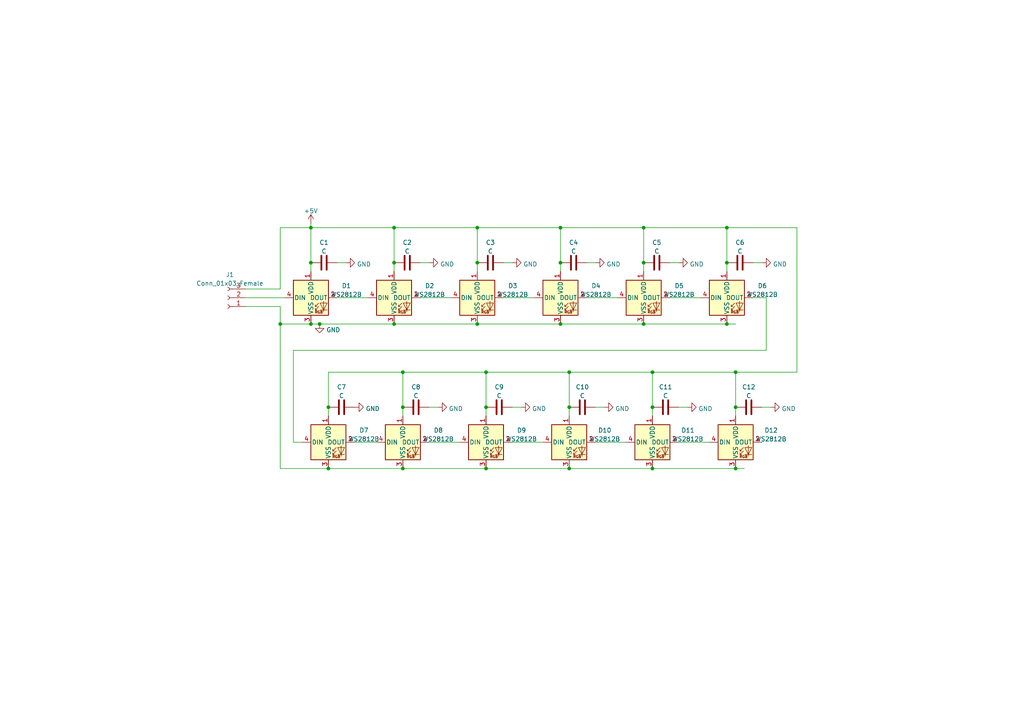
<source format=kicad_sch>
(kicad_sch (version 20211123) (generator eeschema)
  (paper "A4")
  (lib_symbols
    (symbol "Connector:Conn_01x03_Female" (pin_names (offset 1.016) hide)
      (property "Reference" "J" (at 0 5.08 0))
      (property "Value" "Conn_01x03_Female" (at 0 -5.08 0))
      (symbol "Conn_01x03_Female_1_1"
        (arc (start 0 -2.032) (mid -0.508 -2.54) (end 0 -3.048) (stroke (width 0.1524)))
        (polyline (pts (xy -1.27 -2.54) (xy -0.508 -2.54)) (stroke (width 0.1524)))
        (polyline (pts (xy -1.27 0) (xy -0.508 0)) (stroke (width 0.1524)))
        (polyline (pts (xy -1.27 2.54) (xy -0.508 2.54)) (stroke (width 0.1524)))
        (arc (start 0 0.508) (mid -0.508 0) (end 0 -0.508) (stroke (width 0.1524)))
        (arc (start 0 3.048) (mid -0.508 2.54) (end 0 2.032) (stroke (width 0.1524)))
        (pin passive line (at -5.08 2.54 0) (length 3.81) (name "Pin_1") (number "1"))
        (pin passive line (at -5.08 0 0) (length 3.81) (name "Pin_2") (number "2"))
        (pin passive line (at -5.08 -2.54 0) (length 3.81) (name "Pin_3") (number "3"))
      )
    )
    (symbol "Device:C" (pin_numbers hide) (pin_names (offset 0.254))
      (property "Reference" "C" (at 0.635 2.54 0))
      (property "Value" "C" (at 0.635 -2.54 0))
      (symbol "C_0_1"
        (polyline (pts (xy -2.032 -0.762) (xy 2.032 -0.762)) (stroke (width 0.508)))
        (polyline (pts (xy -2.032 0.762) (xy 2.032 0.762)) (stroke (width 0.508)))
      )
      (symbol "C_1_1"
        (pin passive line (at 0 3.81 270) (length 2.794) (name "~") (number "1"))
        (pin passive line (at 0 -3.81 90) (length 2.794) (name "~") (number "2"))
      )
    )
    (symbol "LED:WS2812B" (pin_names (offset 0.254))
      (property "Reference" "D" (at 5.08 5.715 0))
      (property "Value" "WS2812B" (at 1.27 -5.715 0))
      (symbol "WS2812B_0_0"
        (text "RGB" (at 2.286 -4.191 0) (effects (font (size 0.762 0.762))))
      )
      (symbol "WS2812B_0_1"
        (polyline (pts (xy 1.27 -3.556) (xy 1.778 -3.556)))
        (polyline (pts (xy 1.27 -2.54) (xy 1.778 -2.54)))
        (polyline (pts (xy 4.699 -3.556) (xy 2.667 -3.556)))
        (polyline (pts (xy 2.286 -2.54) (xy 1.27 -3.556) (xy 1.27 -3.048)))
        (polyline (pts (xy 2.286 -1.524) (xy 1.27 -2.54) (xy 1.27 -2.032)))
        (polyline (pts (xy 3.683 -1.016) (xy 3.683 -3.556) (xy 3.683 -4.064)))
        (polyline (pts (xy 4.699 -1.524) (xy 2.667 -1.524) (xy 3.683 -3.556) (xy 4.699 -1.524)))
        (rectangle (start 5.08 5.08) (end -5.08 -5.08) (stroke (width 0.254)) (fill (type background)))
      )
      (symbol "WS2812B_1_1"
        (pin power_in line (at 0 7.62 270) (length 2.54) (name "VDD") (number "1"))
        (pin output line (at 7.62 0 180) (length 2.54) (name "DOUT") (number "2"))
        (pin power_in line (at 0 -7.62 90) (length 2.54) (name "VSS") (number "3"))
        (pin input line (at -7.62 0 0) (length 2.54) (name "DIN") (number "4"))
      )
    )
    (symbol "power:+5V" (power) (pin_names (offset 0))
      (property "Value" "+5V" (at 0 3.556 0))
      (symbol "+5V_0_1"
        (polyline (pts (xy -0.762 1.27) (xy 0 2.54)))
        (polyline (pts (xy 0 0) (xy 0 2.54)))
        (polyline (pts (xy 0 2.54) (xy 0.762 1.27)))
      )
      (symbol "+5V_1_1"
        (pin power_in line (at 0 0 90) (length 0) hide (name "+5V") (number "1"))
      )
    )
    (symbol "power:GND" (power) (pin_names (offset 0))
      (property "Value" "GND" (at 0 -3.81 0))
      (symbol "GND_0_1"
        (polyline (pts (xy 0 0) (xy 0 -1.27) (xy 1.27 -1.27) (xy 0 -2.54) (xy -1.27 -1.27) (xy 0 -1.27)))
      )
      (symbol "GND_1_1"
        (pin power_in line (at 0 0 270) (length 0) hide (name "GND") (number "1"))
      )
    )
  )
  (junction (at 90.17 93.98))
  (junction (at 116.84 107.95))
  (junction (at 116.84 118.11))
  (junction (at 162.56 93.98))
  (junction (at 186.69 93.98))
  (junction (at 116.84 135.89))
  (junction (at 165.1 135.89))
  (junction (at 162.56 76.2))
  (junction (at 189.23 135.89))
  (junction (at 162.56 66.04))
  (junction (at 186.69 66.04))
  (junction (at 213.36 107.95))
  (junction (at 90.17 66.04))
  (junction (at 95.25 118.11))
  (junction (at 114.3 66.04))
  (junction (at 90.17 76.2))
  (junction (at 138.43 66.04))
  (junction (at 213.36 118.11))
  (junction (at 210.82 76.2))
  (junction (at 81.28 93.98))
  (junction (at 210.82 93.98))
  (junction (at 165.1 107.95))
  (junction (at 140.97 135.89))
  (junction (at 114.3 93.98))
  (junction (at 95.25 135.89))
  (junction (at 213.36 135.89))
  (junction (at 165.1 118.11))
  (junction (at 140.97 118.11))
  (junction (at 140.97 107.95))
  (junction (at 186.69 76.2))
  (junction (at 92.71 93.98))
  (junction (at 138.43 93.98))
  (junction (at 114.3 76.2))
  (junction (at 138.43 76.2))
  (junction (at 210.82 66.04))
  (junction (at 189.23 118.11))
  (junction (at 189.23 107.95))
  (wire (pts (xy 148.59 128.27) (xy 157.48 128.27)))
  (wire (pts (xy 95.25 107.95) (xy 95.25 118.11)))
  (wire (pts (xy 172.72 128.27) (xy 181.61 128.27)))
  (wire (pts (xy 81.28 135.89) (xy 95.25 135.89)))
  (wire (pts (xy 116.84 107.95) (xy 140.97 107.95)))
  (wire (pts (xy 138.43 76.2) (xy 138.43 78.74)))
  (wire (pts (xy 165.1 107.95) (xy 165.1 118.11)))
  (wire (pts (xy 114.3 66.04) (xy 138.43 66.04)))
  (wire (pts (xy 90.17 66.04) (xy 114.3 66.04)))
  (wire (pts (xy 114.3 66.04) (xy 114.3 76.2)))
  (wire (pts (xy 213.36 107.95) (xy 231.14 107.95)))
  (wire (pts (xy 186.69 66.04) (xy 186.69 76.2)))
  (wire (pts (xy 213.36 107.95) (xy 213.36 118.11)))
  (wire (pts (xy 170.18 76.2) (xy 172.72 76.2)))
  (wire (pts (xy 210.82 93.98) (xy 213.36 93.98)))
  (wire (pts (xy 194.31 86.36) (xy 203.2 86.36)))
  (wire (pts (xy 90.17 76.2) (xy 90.17 78.74)))
  (wire (pts (xy 162.56 66.04) (xy 186.69 66.04)))
  (wire (pts (xy 186.69 76.2) (xy 186.69 78.74)))
  (wire (pts (xy 124.46 118.11) (xy 127 118.11)))
  (wire (pts (xy 85.09 101.6) (xy 222.25 101.6)))
  (wire (pts (xy 210.82 76.2) (xy 210.82 78.74)))
  (wire (pts (xy 210.82 66.04) (xy 210.82 76.2)))
  (wire (pts (xy 116.84 107.95) (xy 116.84 118.11)))
  (wire (pts (xy 189.23 135.89) (xy 213.36 135.89)))
  (wire (pts (xy 140.97 107.95) (xy 140.97 118.11)))
  (wire (pts (xy 85.09 101.6) (xy 85.09 128.27)))
  (wire (pts (xy 95.25 118.11) (xy 95.25 120.65)))
  (wire (pts (xy 95.25 107.95) (xy 116.84 107.95)))
  (wire (pts (xy 90.17 66.04) (xy 90.17 76.2)))
  (wire (pts (xy 172.72 118.11) (xy 175.26 118.11)))
  (wire (pts (xy 218.44 86.36) (xy 222.25 86.36)))
  (wire (pts (xy 186.69 66.04) (xy 210.82 66.04)))
  (wire (pts (xy 90.17 66.04) (xy 90.17 64.77)))
  (wire (pts (xy 162.56 76.2) (xy 162.56 78.74)))
  (wire (pts (xy 85.09 128.27) (xy 87.63 128.27)))
  (wire (pts (xy 81.28 93.98) (xy 90.17 93.98)))
  (wire (pts (xy 165.1 118.11) (xy 165.1 120.65)))
  (wire (pts (xy 148.59 118.11) (xy 151.13 118.11)))
  (wire (pts (xy 71.12 83.82) (xy 81.28 83.82)))
  (wire (pts (xy 162.56 93.98) (xy 186.69 93.98)))
  (wire (pts (xy 71.12 86.36) (xy 82.55 86.36)))
  (wire (pts (xy 140.97 107.95) (xy 165.1 107.95)))
  (wire (pts (xy 194.31 76.2) (xy 196.85 76.2)))
  (wire (pts (xy 95.25 135.89) (xy 116.84 135.89)))
  (wire (pts (xy 170.18 86.36) (xy 179.07 86.36)))
  (wire (pts (xy 114.3 93.98) (xy 138.43 93.98)))
  (wire (pts (xy 124.46 128.27) (xy 133.35 128.27)))
  (wire (pts (xy 196.85 118.11) (xy 199.39 118.11)))
  (wire (pts (xy 186.69 93.98) (xy 210.82 93.98)))
  (wire (pts (xy 81.28 93.98) (xy 81.28 135.89)))
  (wire (pts (xy 213.36 135.89) (xy 215.9 135.89)))
  (wire (pts (xy 116.84 118.11) (xy 116.84 120.65)))
  (wire (pts (xy 146.05 86.36) (xy 154.94 86.36)))
  (wire (pts (xy 220.98 118.11) (xy 223.52 118.11)))
  (wire (pts (xy 189.23 107.95) (xy 213.36 107.95)))
  (wire (pts (xy 162.56 66.04) (xy 162.56 76.2)))
  (wire (pts (xy 121.92 86.36) (xy 130.81 86.36)))
  (wire (pts (xy 97.79 76.2) (xy 100.33 76.2)))
  (wire (pts (xy 196.85 128.27) (xy 205.74 128.27)))
  (wire (pts (xy 121.92 76.2) (xy 124.46 76.2)))
  (wire (pts (xy 92.71 93.98) (xy 114.3 93.98)))
  (wire (pts (xy 140.97 135.89) (xy 165.1 135.89)))
  (wire (pts (xy 140.97 118.11) (xy 140.97 120.65)))
  (wire (pts (xy 231.14 107.95) (xy 231.14 66.04)))
  (wire (pts (xy 218.44 76.2) (xy 220.98 76.2)))
  (wire (pts (xy 189.23 107.95) (xy 189.23 118.11)))
  (wire (pts (xy 114.3 76.2) (xy 114.3 78.74)))
  (wire (pts (xy 102.87 128.27) (xy 109.22 128.27)))
  (wire (pts (xy 138.43 93.98) (xy 162.56 93.98)))
  (wire (pts (xy 165.1 135.89) (xy 189.23 135.89)))
  (wire (pts (xy 90.17 93.98) (xy 92.71 93.98)))
  (wire (pts (xy 71.12 88.9) (xy 81.28 88.9)))
  (wire (pts (xy 222.25 101.6) (xy 222.25 86.36)))
  (wire (pts (xy 81.28 88.9) (xy 81.28 93.98)))
  (wire (pts (xy 213.36 118.11) (xy 213.36 120.65)))
  (wire (pts (xy 189.23 118.11) (xy 189.23 120.65)))
  (wire (pts (xy 138.43 66.04) (xy 138.43 76.2)))
  (wire (pts (xy 165.1 107.95) (xy 189.23 107.95)))
  (wire (pts (xy 146.05 76.2) (xy 148.59 76.2)))
  (wire (pts (xy 97.79 86.36) (xy 106.68 86.36)))
  (wire (pts (xy 81.28 66.04) (xy 90.17 66.04)))
  (wire (pts (xy 138.43 66.04) (xy 162.56 66.04)))
  (wire (pts (xy 81.28 83.82) (xy 81.28 66.04)))
  (wire (pts (xy 116.84 135.89) (xy 140.97 135.89)))
  (wire (pts (xy 210.82 66.04) (xy 231.14 66.04)))
  (symbol (lib_id "LED:WS2812B") (at 213.36 128.27 0) (unit 1)
    (property "Reference" "D12" (at 223.6659 124.8116 0))
    (property "Value" "WS2812B" (at 223.6659 127.3485 0))
    (property "Footprint" "LED_SMD:LED_WS2812B_PLCC4_5.0x5.0mm_P3.2mm" (effects hide))
    (property "Datasheet" "https://cdn-shop.adafruit.com/datasheets/WS2812B.pdf" (effects hide))
  )
  (symbol (lib_id "Device:C") (at 144.78 118.11 90) (unit 1)
    (property "Reference" "C9" (at 144.78 112.2512 90))
    (property "Value" "C" (at 144.78 114.7881 90))
    (property "Footprint" "Capacitor_SMD:C_0603_1608Metric_Pad1.08x0.95mm_HandSolder" (effects hide))
  )
  (symbol (lib_id "LED:WS2812B") (at 162.56 86.36 0) (unit 1)
    (property "Reference" "D4" (at 172.8659 82.9016 0))
    (property "Value" "WS2812B" (at 172.8659 85.4385 0))
    (property "Footprint" "LED_SMD:LED_WS2812B_PLCC4_5.0x5.0mm_P3.2mm" (effects hide))
    (property "Datasheet" "https://cdn-shop.adafruit.com/datasheets/WS2812B.pdf" (effects hide))
  )
  (symbol (lib_id "power:GND") (at 220.98 76.2 90) (unit 1)
    (property "Reference" "#PWR07" (effects hide))
    (property "Value" "GND" (at 224.155 76.6338 90) (effects (justify right)))
  )
  (symbol (lib_id "LED:WS2812B") (at 140.97 128.27 0) (unit 1)
    (property "Reference" "D9" (at 151.2759 124.8116 0))
    (property "Value" "WS2812B" (at 151.2759 127.3485 0))
    (property "Footprint" "LED_SMD:LED_WS2812B_PLCC4_5.0x5.0mm_P3.2mm" (effects hide))
    (property "Datasheet" "https://cdn-shop.adafruit.com/datasheets/WS2812B.pdf" (effects hide))
  )
  (symbol (lib_id "Device:C") (at 217.17 118.11 90) (unit 1)
    (property "Reference" "C12" (at 217.17 112.2512 90))
    (property "Value" "C" (at 217.17 114.7881 90))
    (property "Footprint" "Capacitor_SMD:C_0603_1608Metric_Pad1.08x0.95mm_HandSolder" (effects hide))
  )
  (symbol (lib_id "LED:WS2812B") (at 186.69 86.36 0) (unit 1)
    (property "Reference" "D5" (at 196.9959 82.9016 0))
    (property "Value" "WS2812B" (at 196.9959 85.4385 0))
    (property "Footprint" "LED_SMD:LED_WS2812B_PLCC4_5.0x5.0mm_P3.2mm" (effects hide))
    (property "Datasheet" "https://cdn-shop.adafruit.com/datasheets/WS2812B.pdf" (effects hide))
  )
  (symbol (lib_id "LED:WS2812B") (at 165.1 128.27 0) (unit 1)
    (property "Reference" "D10" (at 175.4059 124.8116 0))
    (property "Value" "WS2812B" (at 175.4059 127.3485 0))
    (property "Footprint" "LED_SMD:LED_WS2812B_PLCC4_5.0x5.0mm_P3.2mm" (effects hide))
    (property "Datasheet" "https://cdn-shop.adafruit.com/datasheets/WS2812B.pdf" (effects hide))
  )
  (symbol (lib_id "power:GND") (at 151.13 118.11 90) (unit 1)
    (property "Reference" "#PWR011" (effects hide))
    (property "Value" "GND" (at 154.305 118.5438 90) (effects (justify right)))
  )
  (symbol (lib_id "power:GND") (at 124.46 76.2 90) (unit 1)
    (property "Reference" "#PWR03" (effects hide))
    (property "Value" "GND" (at 127.635 76.6338 90) (effects (justify right)))
  )
  (symbol (lib_id "power:GND") (at 100.33 76.2 90) (unit 1)
    (property "Reference" "#PWR02" (effects hide))
    (property "Value" "GND" (at 103.505 76.6338 90) (effects (justify right)))
  )
  (symbol (lib_id "Device:C") (at 190.5 76.2 90) (unit 1)
    (property "Reference" "C5" (at 190.5 70.3412 90))
    (property "Value" "C" (at 190.5 72.8781 90))
    (property "Footprint" "Capacitor_SMD:C_0603_1608Metric_Pad1.08x0.95mm_HandSolder" (effects hide))
  )
  (symbol (lib_id "Device:C") (at 142.24 76.2 90) (unit 1)
    (property "Reference" "C3" (at 142.24 70.3412 90))
    (property "Value" "C" (at 142.24 72.8781 90))
    (property "Footprint" "Capacitor_SMD:C_0603_1608Metric_Pad1.08x0.95mm_HandSolder" (effects hide))
  )
  (symbol (lib_id "power:GND") (at 92.71 93.98 0) (unit 1)
    (property "Reference" "#PWR08" (effects hide))
    (property "Value" "GND" (at 94.615 95.6838 0) (effects (justify left)))
  )
  (symbol (lib_id "power:GND") (at 199.39 118.11 90) (unit 1)
    (property "Reference" "#PWR013" (effects hide))
    (property "Value" "GND" (at 202.565 118.5438 90) (effects (justify right)))
  )
  (symbol (lib_id "LED:WS2812B") (at 189.23 128.27 0) (unit 1)
    (property "Reference" "D11" (at 199.5359 124.8116 0))
    (property "Value" "WS2812B" (at 199.5359 127.3485 0))
    (property "Footprint" "LED_SMD:LED_WS2812B_PLCC4_5.0x5.0mm_P3.2mm" (effects hide))
    (property "Datasheet" "https://cdn-shop.adafruit.com/datasheets/WS2812B.pdf" (effects hide))
  )
  (symbol (lib_id "power:GND") (at 102.87 118.11 90) (unit 1)
    (property "Reference" "#PWR09" (effects hide))
    (property "Value" "GND" (at 106.045 118.5438 90) (effects (justify right)))
  )
  (symbol (lib_id "Device:C") (at 168.91 118.11 90) (unit 1)
    (property "Reference" "C10" (at 168.91 112.2512 90))
    (property "Value" "C" (at 168.91 114.7881 90))
    (property "Footprint" "Capacitor_SMD:C_0603_1608Metric_Pad1.08x0.95mm_HandSolder" (effects hide))
  )
  (symbol (lib_id "LED:WS2812B") (at 138.43 86.36 0) (unit 1)
    (property "Reference" "D3" (at 148.7359 82.9016 0))
    (property "Value" "WS2812B" (at 148.7359 85.4385 0))
    (property "Footprint" "LED_SMD:LED_WS2812B_PLCC4_5.0x5.0mm_P3.2mm" (effects hide))
    (property "Datasheet" "https://cdn-shop.adafruit.com/datasheets/WS2812B.pdf" (effects hide))
  )
  (symbol (lib_id "Device:C") (at 120.65 118.11 90) (unit 1)
    (property "Reference" "C8" (at 120.65 112.2512 90))
    (property "Value" "C" (at 120.65 114.7881 90))
    (property "Footprint" "Capacitor_SMD:C_0603_1608Metric_Pad1.08x0.95mm_HandSolder" (effects hide))
  )
  (symbol (lib_id "Device:C") (at 166.37 76.2 90) (unit 1)
    (property "Reference" "C4" (at 166.37 70.3412 90))
    (property "Value" "C" (at 166.37 72.8781 90))
    (property "Footprint" "Capacitor_SMD:C_0603_1608Metric_Pad1.08x0.95mm_HandSolder" (effects hide))
  )
  (symbol (lib_id "power:GND") (at 127 118.11 90) (unit 1)
    (property "Reference" "#PWR010" (effects hide))
    (property "Value" "GND" (at 130.175 118.5438 90) (effects (justify right)))
  )
  (symbol (lib_id "power:+5V") (at 90.17 64.77 0) (unit 1)
    (property "Reference" "#PWR01" (effects hide))
    (property "Value" "+5V" (at 90.17 61.1942 0))
  )
  (symbol (lib_id "Device:C") (at 99.06 118.11 90) (unit 1)
    (property "Reference" "C7" (at 99.06 112.2512 90))
    (property "Value" "C" (at 99.06 114.7881 90))
    (property "Footprint" "Capacitor_SMD:C_0603_1608Metric_Pad1.08x0.95mm_HandSolder" (effects hide))
  )
  (symbol (lib_id "Connector:Conn_01x03_Female") (at 66.04 86.36 180) (unit 1)
    (property "Reference" "J1" (at 66.675 79.663 0))
    (property "Value" "Conn_01x03_Female" (at 66.675 82.1999 0))
    (property "Footprint" "Connector_PinHeader_2.54mm:PinHeader_1x03_P2.54mm_Vertical" (effects hide))
  )
  (symbol (lib_id "Device:C") (at 214.63 76.2 90) (unit 1)
    (property "Reference" "C6" (at 214.63 70.3412 90))
    (property "Value" "C" (at 214.63 72.8781 90))
    (property "Footprint" "Capacitor_SMD:C_0603_1608Metric_Pad1.08x0.95mm_HandSolder" (effects hide))
  )
  (symbol (lib_id "LED:WS2812B") (at 210.82 86.36 0) (unit 1)
    (property "Reference" "D6" (at 221.1259 82.9016 0))
    (property "Value" "WS2812B" (at 221.1259 85.4385 0))
    (property "Footprint" "LED_SMD:LED_WS2812B_PLCC4_5.0x5.0mm_P3.2mm" (effects hide))
    (property "Datasheet" "https://cdn-shop.adafruit.com/datasheets/WS2812B.pdf" (effects hide))
  )
  (symbol (lib_id "LED:WS2812B") (at 90.17 86.36 0) (unit 1)
    (property "Reference" "D1" (at 100.4759 82.9016 0))
    (property "Value" "WS2812B" (at 100.4759 85.4385 0))
    (property "Footprint" "LED_SMD:LED_WS2812B_PLCC4_5.0x5.0mm_P3.2mm" (effects hide))
    (property "Datasheet" "https://cdn-shop.adafruit.com/datasheets/WS2812B.pdf" (effects hide))
  )
  (symbol (lib_id "LED:WS2812B") (at 116.84 128.27 0) (unit 1)
    (property "Reference" "D8" (at 127.1459 124.8116 0))
    (property "Value" "WS2812B" (at 127.1459 127.3485 0))
    (property "Footprint" "LED_SMD:LED_WS2812B_PLCC4_5.0x5.0mm_P3.2mm" (effects hide))
    (property "Datasheet" "https://cdn-shop.adafruit.com/datasheets/WS2812B.pdf" (effects hide))
  )
  (symbol (lib_id "Device:C") (at 193.04 118.11 90) (unit 1)
    (property "Reference" "C11" (at 193.04 112.2512 90))
    (property "Value" "C" (at 193.04 114.7881 90))
    (property "Footprint" "Capacitor_SMD:C_0603_1608Metric_Pad1.08x0.95mm_HandSolder" (effects hide))
  )
  (symbol (lib_id "power:GND") (at 196.85 76.2 90) (unit 1)
    (property "Reference" "#PWR06" (effects hide))
    (property "Value" "GND" (at 200.025 76.6338 90) (effects (justify right)))
  )
  (symbol (lib_id "power:GND") (at 223.52 118.11 90) (unit 1)
    (property "Reference" "#PWR014" (effects hide))
    (property "Value" "GND" (at 226.695 118.5438 90) (effects (justify right)))
  )
  (symbol (lib_id "LED:WS2812B") (at 95.25 128.27 0) (unit 1)
    (property "Reference" "D7" (at 105.5559 124.8116 0))
    (property "Value" "WS2812B" (at 105.5559 127.3485 0))
    (property "Footprint" "LED_SMD:LED_WS2812B_PLCC4_5.0x5.0mm_P3.2mm" (effects hide))
    (property "Datasheet" "https://cdn-shop.adafruit.com/datasheets/WS2812B.pdf" (effects hide))
  )
  (symbol (lib_id "power:GND") (at 148.59 76.2 90) (unit 1)
    (property "Reference" "#PWR04" (effects hide))
    (property "Value" "GND" (at 151.765 76.6338 90) (effects (justify right)))
  )
  (symbol (lib_id "LED:WS2812B") (at 114.3 86.36 0) (unit 1)
    (property "Reference" "D2" (at 124.6059 82.9016 0))
    (property "Value" "WS2812B" (at 124.6059 85.4385 0))
    (property "Footprint" "LED_SMD:LED_WS2812B_PLCC4_5.0x5.0mm_P3.2mm" (effects hide))
    (property "Datasheet" "https://cdn-shop.adafruit.com/datasheets/WS2812B.pdf" (effects hide))
  )
  (symbol (lib_id "power:GND") (at 175.26 118.11 90) (unit 1)
    (property "Reference" "#PWR012" (effects hide))
    (property "Value" "GND" (at 178.435 118.5438 90) (effects (justify right)))
  )
  (symbol (lib_id "Device:C") (at 93.98 76.2 90) (unit 1)
    (property "Reference" "C1" (at 93.98 70.3412 90))
    (property "Value" "C" (at 93.98 72.8781 90))
    (property "Footprint" "Capacitor_SMD:C_0603_1608Metric_Pad1.08x0.95mm_HandSolder" (effects hide))
  )
  (symbol (lib_id "power:GND") (at 172.72 76.2 90) (unit 1)
    (property "Reference" "#PWR05" (effects hide))
    (property "Value" "GND" (at 175.895 76.6338 90) (effects (justify right)))
  )
  (symbol (lib_id "Device:C") (at 118.11 76.2 90) (unit 1)
    (property "Reference" "C2" (at 118.11 70.3412 90))
    (property "Value" "C" (at 118.11 72.8781 90))
    (property "Footprint" "Capacitor_SMD:C_0603_1608Metric_Pad1.08x0.95mm_HandSolder" (effects hide))
  )
)
</source>
